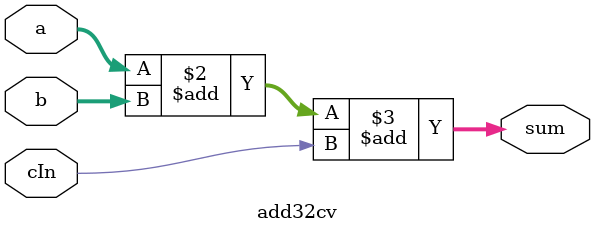
<source format=v>
module add32cv (sum, a, b, cIn);

output reg [31:0] sum;

input [31:0] a;
input [31:0] b;
input cIn;

always @(a, b, cIn)

{sum} = a + b + cIn;

endmodule

</source>
